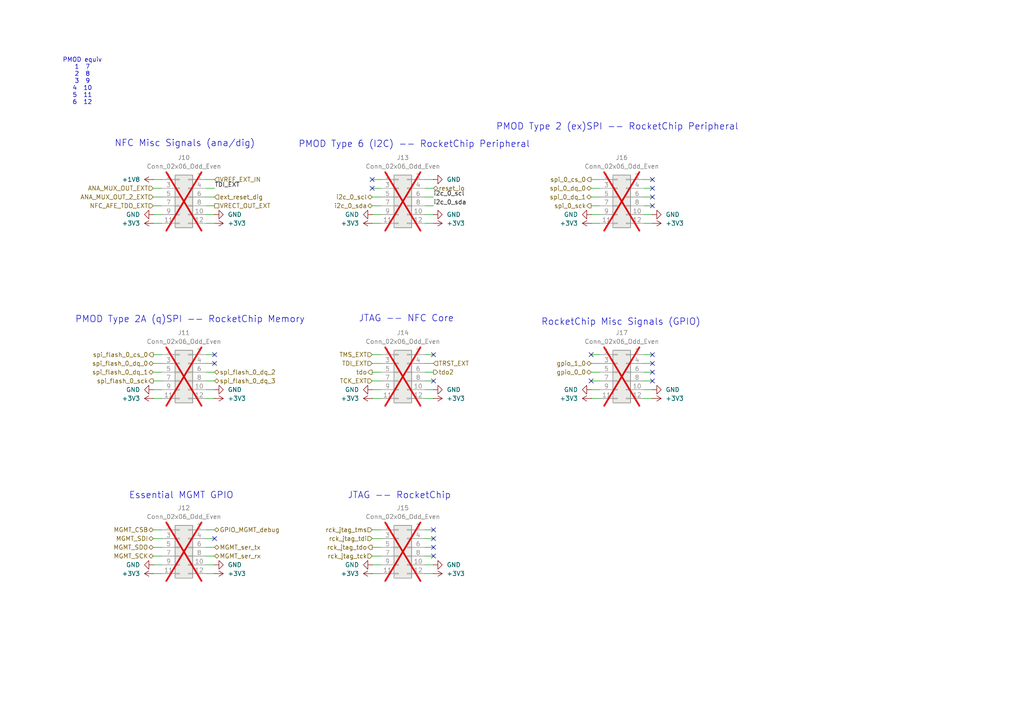
<source format=kicad_sch>
(kicad_sch (version 20250114) (generator "eeschema") (generator_version "9.0")
  (paper "A4")
  (lib_symbols
    (symbol "Connector_Generic:Conn_02x06_Odd_Even" (pin_names (offset 1.016) (hide yes))
      (property "Reference" "J" (at 1.27 7.62 0))
      (property "Value" "Conn_02x06_Odd_Even" (at 1.27 -10.16 0))
      (symbol "Conn_02x06_Odd_Even_1_1"
        (rectangle (start -1.27 6.35) (end 3.81 -8.89) (stroke (width 0.254)) (fill (type background)))
        (rectangle (start -1.27 5.207) (end 0 4.953) (stroke (width 0.1524)))
        (rectangle (start -1.27 2.667) (end 0 2.413) (stroke (width 0.1524)))
        (rectangle (start -1.27 0.127) (end 0 -0.127) (stroke (width 0.1524)))
        (rectangle (start -1.27 -2.413) (end 0 -2.667) (stroke (width 0.1524)))
        (rectangle (start -1.27 -4.953) (end 0 -5.207) (stroke (width 0.1524)))
        (rectangle (start -1.27 -7.493) (end 0 -7.747) (stroke (width 0.1524)))
        (rectangle (start 3.81 5.207) (end 2.54 4.953) (stroke (width 0.1524)))
        (rectangle (start 3.81 2.667) (end 2.54 2.413) (stroke (width 0.1524)))
        (rectangle (start 3.81 0.127) (end 2.54 -0.127) (stroke (width 0.1524)))
        (rectangle (start 3.81 -2.413) (end 2.54 -2.667) (stroke (width 0.1524)))
        (rectangle (start 3.81 -4.953) (end 2.54 -5.207) (stroke (width 0.1524)))
        (rectangle (start 3.81 -7.493) (end 2.54 -7.747) (stroke (width 0.1524)))
        (pin passive line (at -5.08 5.08 0) (length 3.81) (name "Pin_1") (number "1"))
        (pin passive line (at -5.08 2.54 0) (length 3.81) (name "Pin_3") (number "3"))
        (pin passive line (at -5.08 0 0) (length 3.81) (name "Pin_5") (number "5"))
        (pin passive line (at -5.08 -2.54 0) (length 3.81) (name "Pin_7") (number "7"))
        (pin passive line (at -5.08 -5.08 0) (length 3.81) (name "Pin_9") (number "9"))
        (pin passive line (at -5.08 -7.62 0) (length 3.81) (name "Pin_11") (number "11"))
        (pin passive line (at 7.62 5.08 180) (length 3.81) (name "Pin_2") (number "2"))
        (pin passive line (at 7.62 2.54 180) (length 3.81) (name "Pin_4") (number "4"))
        (pin passive line (at 7.62 0 180) (length 3.81) (name "Pin_6") (number "6"))
        (pin passive line (at 7.62 -2.54 180) (length 3.81) (name "Pin_8") (number "8"))
        (pin passive line (at 7.62 -5.08 180) (length 3.81) (name "Pin_10") (number "10"))
        (pin passive line (at 7.62 -7.62 180) (length 3.81) (name "Pin_12") (number "12"))
      )
    )
    (symbol "power:+1V8" (power) (pin_numbers (hide yes)) (pin_names (offset 0) (hide yes))
      (property "Value" "+1V8" (at 0 3.556 0))
      (symbol "+1V8_0_1"
        (polyline (pts (xy -0.762 1.27) (xy 0 2.54)))
        (polyline (pts (xy 0 2.54) (xy 0.762 1.27)))
        (polyline (pts (xy 0 0) (xy 0 2.54)))
      )
      (symbol "+1V8_1_1"
        (pin power_in line (at 0 0 90) (length 0) (name "~") (number "1"))
      )
    )
    (symbol "power:+3V3" (power) (pin_numbers (hide yes)) (pin_names (offset 0) (hide yes))
      (property "Value" "+3V3" (at 0 3.556 0))
      (symbol "+3V3_0_1"
        (polyline (pts (xy -0.762 1.27) (xy 0 2.54)))
        (polyline (pts (xy 0 2.54) (xy 0.762 1.27)))
        (polyline (pts (xy 0 0) (xy 0 2.54)))
      )
      (symbol "+3V3_1_1"
        (pin power_in line (at 0 0 90) (length 0) (name "~") (number "1"))
      )
    )
    (symbol "power:GND" (power) (pin_numbers (hide yes)) (pin_names (offset 0) (hide yes))
      (property "Value" "GND" (at 0 -3.81 0))
      (symbol "GND_0_1"
        (polyline (pts (xy 0 0) (xy 0 -1.27) (xy 1.27 -1.27) (xy 0 -2.54) (xy -1.27 -1.27) (xy 0 -1.27)))
      )
      (symbol "GND_1_1"
        (pin power_in line (at 0 0 270) (length 0) (name "~") (number "1"))
      )
    )
  )
  (text "JTAG -- RocketChip" (at 115.824 143.764 0) (effects (font (size 1.905 1.905))))
  (text "JTAG -- NFC Core" (at 117.856 92.456 0) (effects (font (size 1.905 1.905))))
  (text "RocketChip Misc Signals (GPIO)" (at 180.086 93.472 0) (effects (font (size 1.905 1.905))))
  (text "Essential MGMT GPIO" (at 52.578 143.764 0) (effects (font (size 1.905 1.905))))
  (text "PMOD Type 6 (I2C) -- RocketChip Peripheral" (at 120.142 41.91 0) (effects (font (size 1.905 1.905))))
  (text "PMOD equiv\n1  7\n2  8\n3  9\n4  10\n5  11\n6  12" (at 23.876 23.622 0) (effects (font (size 1.27 1.27))))
  (text "NFC Misc Signals (ana/dig)" (at 53.594 41.656 0) (effects (font (size 1.905 1.905))))
  (text "PMOD Type 2A (q)SPI -- RocketChip Memory" (at 55.118 92.71 0) (effects (font (size 1.905 1.905))))
  (text "PMOD Type 2 (ex)SPI -- RocketChip Peripheral" (at 179.07 36.83 0) (effects (font (size 1.905 1.905))))
  (no_connect (at 62.23 105.41))
  (no_connect (at 125.73 158.75))
  (no_connect (at 125.73 156.21))
  (no_connect (at 125.73 110.49))
  (no_connect (at 107.95 52.07))
  (no_connect (at 62.23 156.21))
  (no_connect (at 171.45 102.87))
  (no_connect (at 189.23 57.15))
  (no_connect (at 189.23 59.69))
  (no_connect (at 125.73 153.67))
  (no_connect (at 189.23 110.49))
  (no_connect (at 107.95 54.61))
  (no_connect (at 125.73 161.29))
  (no_connect (at 189.23 102.87))
  (no_connect (at 171.45 110.49))
  (no_connect (at 189.23 107.95))
  (no_connect (at 189.23 105.41))
  (no_connect (at 62.23 102.87))
  (no_connect (at 125.73 102.87))
  (no_connect (at 189.23 52.07))
  (no_connect (at 189.23 54.61))
  (wire (pts (xy 171.45 64.77) (xy 173.99 64.77)))
  (wire (pts (xy 107.95 115.57) (xy 110.49 115.57)))
  (wire (pts (xy 107.95 113.03) (xy 110.49 113.03)))
  (wire (pts (xy 171.45 110.49) (xy 173.99 110.49)))
  (wire (pts (xy 44.45 156.21) (xy 46.99 156.21)))
  (wire (pts (xy 186.69 52.07) (xy 189.23 52.07)))
  (wire (pts (xy 123.19 107.95) (xy 125.73 107.95)))
  (wire (pts (xy 107.95 107.95) (xy 110.49 107.95)))
  (wire (pts (xy 44.45 62.23) (xy 46.99 62.23)))
  (wire (pts (xy 107.95 110.49) (xy 110.49 110.49)))
  (wire (pts (xy 171.45 107.95) (xy 173.99 107.95)))
  (wire (pts (xy 186.69 59.69) (xy 189.23 59.69)))
  (wire (pts (xy 44.45 163.83) (xy 46.99 163.83)))
  (wire (pts (xy 171.45 62.23) (xy 173.99 62.23)))
  (wire (pts (xy 186.69 115.57) (xy 189.23 115.57)))
  (wire (pts (xy 171.45 115.57) (xy 173.99 115.57)))
  (wire (pts (xy 123.19 158.75) (xy 125.73 158.75)))
  (wire (pts (xy 123.19 64.77) (xy 125.73 64.77)))
  (wire (pts (xy 123.19 59.69) (xy 125.73 59.69)))
  (wire (pts (xy 186.69 102.87) (xy 189.23 102.87)))
  (wire (pts (xy 171.45 102.87) (xy 173.99 102.87)))
  (wire (pts (xy 123.19 153.67) (xy 125.73 153.67)))
  (wire (pts (xy 107.95 158.75) (xy 110.49 158.75)))
  (wire (pts (xy 44.45 113.03) (xy 46.99 113.03)))
  (wire (pts (xy 186.69 113.03) (xy 189.23 113.03)))
  (wire (pts (xy 59.69 107.95) (xy 62.23 107.95)))
  (wire (pts (xy 186.69 110.49) (xy 189.23 110.49)))
  (wire (pts (xy 107.95 156.21) (xy 110.49 156.21)))
  (wire (pts (xy 59.69 156.21) (xy 62.23 156.21)))
  (wire (pts (xy 171.45 105.41) (xy 173.99 105.41)))
  (wire (pts (xy 107.95 166.37) (xy 110.49 166.37)))
  (wire (pts (xy 44.45 161.29) (xy 46.99 161.29)))
  (wire (pts (xy 107.95 102.87) (xy 110.49 102.87)))
  (wire (pts (xy 107.95 163.83) (xy 110.49 163.83)))
  (wire (pts (xy 44.45 158.75) (xy 46.99 158.75)))
  (wire (pts (xy 59.69 57.15) (xy 62.23 57.15)))
  (wire (pts (xy 123.19 113.03) (xy 125.73 113.03)))
  (wire (pts (xy 44.45 54.61) (xy 46.99 54.61)))
  (wire (pts (xy 44.45 52.07) (xy 46.99 52.07)))
  (wire (pts (xy 186.69 105.41) (xy 189.23 105.41)))
  (wire (pts (xy 44.45 102.87) (xy 46.99 102.87)))
  (wire (pts (xy 107.95 59.69) (xy 110.49 59.69)))
  (wire (pts (xy 59.69 166.37) (xy 62.23 166.37)))
  (wire (pts (xy 186.69 57.15) (xy 189.23 57.15)))
  (wire (pts (xy 171.45 54.61) (xy 173.99 54.61)))
  (wire (pts (xy 59.69 110.49) (xy 62.23 110.49)))
  (wire (pts (xy 171.45 57.15) (xy 173.99 57.15)))
  (wire (pts (xy 59.69 161.29) (xy 62.23 161.29)))
  (wire (pts (xy 44.45 166.37) (xy 46.99 166.37)))
  (wire (pts (xy 44.45 115.57) (xy 46.99 115.57)))
  (wire (pts (xy 186.69 107.95) (xy 189.23 107.95)))
  (wire (pts (xy 107.95 62.23) (xy 110.49 62.23)))
  (wire (pts (xy 44.45 64.77) (xy 46.99 64.77)))
  (wire (pts (xy 107.95 161.29) (xy 110.49 161.29)))
  (wire (pts (xy 44.45 153.67) (xy 46.99 153.67)))
  (wire (pts (xy 44.45 107.95) (xy 46.99 107.95)))
  (wire (pts (xy 123.19 62.23) (xy 125.73 62.23)))
  (wire (pts (xy 123.19 54.61) (xy 125.73 54.61)))
  (wire (pts (xy 44.45 59.69) (xy 46.99 59.69)))
  (wire (pts (xy 123.19 163.83) (xy 125.73 163.83)))
  (wire (pts (xy 59.69 54.61) (xy 62.23 54.61)))
  (wire (pts (xy 44.45 110.49) (xy 46.99 110.49)))
  (wire (pts (xy 44.45 105.41) (xy 46.99 105.41)))
  (wire (pts (xy 59.69 153.67) (xy 62.23 153.67)))
  (wire (pts (xy 59.69 64.77) (xy 62.23 64.77)))
  (wire (pts (xy 123.19 110.49) (xy 125.73 110.49)))
  (wire (pts (xy 123.19 161.29) (xy 125.73 161.29)))
  (wire (pts (xy 186.69 54.61) (xy 189.23 54.61)))
  (wire (pts (xy 59.69 102.87) (xy 62.23 102.87)))
  (wire (pts (xy 107.95 52.07) (xy 110.49 52.07)))
  (wire (pts (xy 107.95 57.15) (xy 110.49 57.15)))
  (wire (pts (xy 107.95 105.41) (xy 110.49 105.41)))
  (wire (pts (xy 186.69 64.77) (xy 189.23 64.77)))
  (wire (pts (xy 59.69 158.75) (xy 62.23 158.75)))
  (wire (pts (xy 44.45 57.15) (xy 46.99 57.15)))
  (wire (pts (xy 59.69 52.07) (xy 62.23 52.07)))
  (wire (pts (xy 107.95 153.67) (xy 110.49 153.67)))
  (wire (pts (xy 59.69 163.83) (xy 62.23 163.83)))
  (wire (pts (xy 107.95 54.61) (xy 110.49 54.61)))
  (wire (pts (xy 59.69 115.57) (xy 62.23 115.57)))
  (wire (pts (xy 123.19 105.41) (xy 125.73 105.41)))
  (wire (pts (xy 171.45 59.69) (xy 173.99 59.69)))
  (wire (pts (xy 123.19 156.21) (xy 125.73 156.21)))
  (wire (pts (xy 123.19 166.37) (xy 125.73 166.37)))
  (wire (pts (xy 171.45 113.03) (xy 173.99 113.03)))
  (wire (pts (xy 186.69 62.23) (xy 189.23 62.23)))
  (wire (pts (xy 59.69 59.69) (xy 62.23 59.69)))
  (wire (pts (xy 171.45 52.07) (xy 173.99 52.07)))
  (wire (pts (xy 59.69 62.23) (xy 62.23 62.23)))
  (wire (pts (xy 123.19 57.15) (xy 125.73 57.15)))
  (wire (pts (xy 59.69 105.41) (xy 62.23 105.41)))
  (wire (pts (xy 123.19 52.07) (xy 125.73 52.07)))
  (wire (pts (xy 107.95 64.77) (xy 110.49 64.77)))
  (wire (pts (xy 123.19 115.57) (xy 125.73 115.57)))
  (wire (pts (xy 123.19 102.87) (xy 125.73 102.87)))
  (wire (pts (xy 59.69 113.03) (xy 62.23 113.03)))
  (label "TDI_EXT" (at 62.23 54.61 0))
  (label "i2c_0_sda" (at 125.73 59.69 0))
  (label "i2c_0_scl" (at 125.73 57.15 0))
  (hierarchical_label "rck_jtag_tdi" (shape input) (at 107.95 156.21 180) (effects (font (thickness 0.1588))))
  (hierarchical_label "spi_0_sck" (shape output) (at 171.45 59.69 180))
  (hierarchical_label "ext_reset_dig" (shape input) (at 62.23 57.15 0))
  (hierarchical_label "ANA_MUX_OUT_2_EXT" (shape input) (at 44.45 57.15 180))
  (hierarchical_label "ANA_MUX_OUT_EXT" (shape input) (at 44.45 54.61 180))
  (hierarchical_label "NFC_AFE_TDO_EXT" (shape input) (at 44.45 59.69 180))
  (hierarchical_label "rck_jtag_tdo" (shape output) (at 107.95 158.75 180) (effects (font (thickness 0.1588))))
  (hierarchical_label "spi_0_dq_0" (shape bidirectional) (at 171.45 54.61 180))
  (hierarchical_label "spi_0_dq_1" (shape bidirectional) (at 171.45 57.15 180))
  (hierarchical_label "spi_0_cs_0" (shape output) (at 171.45 52.07 180))
  (hierarchical_label "VREF_EXT_IN" (shape input) (at 62.23 52.07 0))
  (hierarchical_label "TDI_EXT" (shape input) (at 107.95 105.41 180))
  (hierarchical_label "TMS_EXT" (shape input) (at 107.95 102.87 180))
  (hierarchical_label "TRST_EXT" (shape input) (at 125.73 105.41 0))
  (hierarchical_label "TCK_EXT" (shape input) (at 107.95 110.49 180))
  (hierarchical_label "tdo" (shape output) (at 107.95 107.95 180))
  (hierarchical_label "gpio_0_0" (shape bidirectional) (at 171.45 107.95 180))
  (hierarchical_label "reset_io" (shape bidirectional) (at 125.73 54.61 0))
  (hierarchical_label "gpio_1_0" (shape bidirectional) (at 171.45 105.41 180))
  (hierarchical_label "MGMT_SDO" (shape bidirectional) (at 44.45 158.75 180))
  (hierarchical_label "MGMT_CSB" (shape bidirectional) (at 44.45 153.67 180))
  (hierarchical_label "MGMT_SCK" (shape bidirectional) (at 44.45 161.29 180))
  (hierarchical_label "MGMT_SDI" (shape bidirectional) (at 44.45 156.21 180))
  (hierarchical_label "GPIO_MGMT_debug" (shape bidirectional) (at 62.23 153.67 0))
  (hierarchical_label "MGMT_ser_tx" (shape bidirectional) (at 62.23 158.75 0))
  (hierarchical_label "MGMT_ser_rx" (shape bidirectional) (at 62.23 161.29 0))
  (hierarchical_label "i2c_0_sda" (shape bidirectional) (at 107.95 59.69 180))
  (hierarchical_label "rck_jtag_tck" (shape input) (at 107.95 161.29 180) (effects (font (thickness 0.1588))))
  (hierarchical_label "VRECT_OUT_EXT" (shape passive) (at 62.23 59.69 0))
  (hierarchical_label "i2c_0_scl" (shape bidirectional) (at 107.95 57.15 180))
  (hierarchical_label "spi_flash_0_sck" (shape output) (at 44.45 110.49 180))
  (hierarchical_label "spi_flash_0_dq_1" (shape bidirectional) (at 44.45 107.95 180))
  (hierarchical_label "spi_flash_0_dq_0" (shape bidirectional) (at 44.45 105.41 180))
  (hierarchical_label "spi_flash_0_cs_0" (shape output) (at 44.45 102.87 180))
  (hierarchical_label "spi_flash_0_dq_2" (shape bidirectional) (at 62.23 107.95 0))
  (hierarchical_label "spi_flash_0_dq_3" (shape bidirectional) (at 62.23 110.49 0))
  (hierarchical_label "rck_jtag_tms" (shape input) (at 107.95 153.67 180) (effects (font (thickness 0.1588))))
  (hierarchical_label "tdo2" (shape output) (at 125.73 107.95 0))
  (symbol (lib_id "power:+3V3") (at 125.73 115.57 270) (unit 1)
    (property "Reference" "#PWR0108" (effects (hide yes)))
    (property "Value" "+3V3" (at 129.54 115.5699 90) (effects (justify left)))
    (property "Description" "Power symbol creates a global label with name \"+3V3\"" (effects (hide yes)))
  )
  (symbol (lib_id "Connector_Generic:Conn_02x06_Odd_Even") (at 115.57 158.75 0) (unit 1) (dnp yes)
    (property "Reference" "J15" (at 116.84 147.32 0))
    (property "Value" "Conn_02x06_Odd_Even" (at 116.84 149.86 0))
    (property "Footprint" "Connector_PinSocket_2.54mm:PinSocket_2x06_P2.54mm_Horizontal" (effects (hide yes)))
    (property "Description" "Generic connector, double row, 02x06, odd/even pin numbering scheme (row 1 odd numbers, row 2 even numbers), script generated (kicad-library-utils/schlib/autogen/connector/)" (effects (hide yes)))
  )
  (symbol (lib_id "Connector_Generic:Conn_02x06_Odd_Even") (at 52.07 107.95 0) (unit 1) (dnp yes)
    (property "Reference" "J11" (at 53.34 96.52 0))
    (property "Value" "Conn_02x06_Odd_Even" (at 53.34 99.06 0))
    (property "Footprint" "Connector_PinSocket_2.54mm:PinSocket_2x06_P2.54mm_Horizontal" (effects (hide yes)))
    (property "Description" "Generic connector, double row, 02x06, odd/even pin numbering scheme (row 1 odd numbers, row 2 even numbers), script generated (kicad-library-utils/schlib/autogen/connector/)" (effects (hide yes)))
  )
  (symbol (lib_id "power:GND") (at 62.23 113.03 90) (unit 1)
    (property "Reference" "#PWR094" (effects (hide yes)))
    (property "Value" "GND" (at 66.04 113.0299 90) (effects (justify right)))
    (property "Description" "Power symbol creates a global label with name \"GND\" , ground" (effects (hide yes)))
  )
  (symbol (lib_id "power:+1V8") (at 44.45 52.07 90) (unit 1)
    (property "Reference" "#PWR085" (effects (hide yes)))
    (property "Value" "+1V8" (at 40.64 52.0699 90) (effects (justify left)))
    (property "Description" "Power symbol creates a global label with name \"+1V8\"" (effects (hide yes)))
  )
  (symbol (lib_id "power:GND") (at 107.95 163.83 270) (unit 1)
    (property "Reference" "#PWR0102" (effects (hide yes)))
    (property "Value" "GND" (at 104.14 163.8299 90) (effects (justify right)))
    (property "Description" "Power symbol creates a global label with name \"GND\" , ground" (effects (hide yes)))
  )
  (symbol (lib_id "power:+3V3") (at 125.73 166.37 270) (unit 1)
    (property "Reference" "#PWR0110" (effects (hide yes)))
    (property "Value" "+3V3" (at 129.54 166.3699 90) (effects (justify left)))
    (property "Description" "Power symbol creates a global label with name \"+3V3\"" (effects (hide yes)))
  )
  (symbol (lib_id "power:+3V3") (at 107.95 166.37 90) (unit 1)
    (property "Reference" "#PWR0103" (effects (hide yes)))
    (property "Value" "+3V3" (at 104.14 166.3699 90) (effects (justify left)))
    (property "Description" "Power symbol creates a global label with name \"+3V3\"" (effects (hide yes)))
  )
  (symbol (lib_id "Connector_Generic:Conn_02x06_Odd_Even") (at 52.07 158.75 0) (unit 1) (dnp yes)
    (property "Reference" "J12" (at 53.34 147.32 0))
    (property "Value" "Conn_02x06_Odd_Even" (at 53.34 149.86 0))
    (property "Footprint" "Connector_PinSocket_2.54mm:PinSocket_2x06_P2.54mm_Horizontal" (effects (hide yes)))
    (property "Description" "Generic connector, double row, 02x06, odd/even pin numbering scheme (row 1 odd numbers, row 2 even numbers), script generated (kicad-library-utils/schlib/autogen/connector/)" (effects (hide yes)))
  )
  (symbol (lib_id "power:GND") (at 189.23 113.03 90) (unit 1)
    (property "Reference" "#PWR0117" (effects (hide yes)))
    (property "Value" "GND" (at 193.04 113.0299 90) (effects (justify right)))
    (property "Description" "Power symbol creates a global label with name \"GND\" , ground" (effects (hide yes)))
  )
  (symbol (lib_id "Connector_Generic:Conn_02x06_Odd_Even") (at 115.57 107.95 0) (unit 1) (dnp yes)
    (property "Reference" "J14" (at 116.84 96.52 0))
    (property "Value" "Conn_02x06_Odd_Even" (at 116.84 99.06 0))
    (property "Footprint" "Connector_PinSocket_2.54mm:PinSocket_2x06_P2.54mm_Horizontal" (effects (hide yes)))
    (property "Description" "Generic connector, double row, 02x06, odd/even pin numbering scheme (row 1 odd numbers, row 2 even numbers), script generated (kicad-library-utils/schlib/autogen/connector/)" (effects (hide yes)))
  )
  (symbol (lib_id "power:GND") (at 44.45 113.03 270) (unit 1)
    (property "Reference" "#PWR088" (effects (hide yes)))
    (property "Value" "GND" (at 40.64 113.0299 90) (effects (justify right)))
    (property "Description" "Power symbol creates a global label with name \"GND\" , ground" (effects (hide yes)))
  )
  (symbol (lib_id "power:+3V3") (at 62.23 115.57 270) (unit 1)
    (property "Reference" "#PWR095" (effects (hide yes)))
    (property "Value" "+3V3" (at 66.04 115.5699 90) (effects (justify left)))
    (property "Description" "Power symbol creates a global label with name \"+3V3\"" (effects (hide yes)))
  )
  (symbol (lib_id "power:+3V3") (at 107.95 115.57 90) (unit 1)
    (property "Reference" "#PWR0101" (effects (hide yes)))
    (property "Value" "+3V3" (at 104.14 115.5699 90) (effects (justify left)))
    (property "Description" "Power symbol creates a global label with name \"+3V3\"" (effects (hide yes)))
  )
  (symbol (lib_id "power:+3V3") (at 44.45 166.37 90) (unit 1)
    (property "Reference" "#PWR091" (effects (hide yes)))
    (property "Value" "+3V3" (at 40.64 166.3699 90) (effects (justify left)))
    (property "Description" "Power symbol creates a global label with name \"+3V3\"" (effects (hide yes)))
  )
  (symbol (lib_id "power:GND") (at 62.23 163.83 90) (unit 1)
    (property "Reference" "#PWR096" (effects (hide yes)))
    (property "Value" "GND" (at 66.04 163.8299 90) (effects (justify right)))
    (property "Description" "Power symbol creates a global label with name \"GND\" , ground" (effects (hide yes)))
  )
  (symbol (lib_id "power:GND") (at 44.45 163.83 270) (unit 1)
    (property "Reference" "#PWR090" (effects (hide yes)))
    (property "Value" "GND" (at 40.64 163.8299 90) (effects (justify right)))
    (property "Description" "Power symbol creates a global label with name \"GND\" , ground" (effects (hide yes)))
  )
  (symbol (lib_id "power:+3V3") (at 107.95 64.77 90) (unit 1)
    (property "Reference" "#PWR099" (effects (hide yes)))
    (property "Value" "+3V3" (at 104.14 64.7699 90) (effects (justify left)))
    (property "Description" "Power symbol creates a global label with name \"+3V3\"" (effects (hide yes)))
  )
  (symbol (lib_id "power:+3V3") (at 171.45 115.57 90) (unit 1)
    (property "Reference" "#PWR0114" (effects (hide yes)))
    (property "Value" "+3V3" (at 167.64 115.5699 90) (effects (justify left)))
    (property "Description" "Power symbol creates a global label with name \"+3V3\"" (effects (hide yes)))
  )
  (symbol (lib_id "Connector_Generic:Conn_02x06_Odd_Even") (at 179.07 57.15 0) (unit 1) (dnp yes)
    (property "Reference" "J16" (at 180.34 45.72 0))
    (property "Value" "Conn_02x06_Odd_Even" (at 180.34 48.26 0))
    (property "Footprint" "Connector_PinSocket_2.54mm:PinSocket_2x06_P2.54mm_Horizontal" (effects (hide yes)))
    (property "Description" "Generic connector, double row, 02x06, odd/even pin numbering scheme (row 1 odd numbers, row 2 even numbers), script generated (kicad-library-utils/schlib/autogen/connector/)" (effects (hide yes)))
  )
  (symbol (lib_id "power:+3V3") (at 189.23 64.77 270) (unit 1)
    (property "Reference" "#PWR0116" (effects (hide yes)))
    (property "Value" "+3V3" (at 193.04 64.7699 90) (effects (justify left)))
    (property "Description" "Power symbol creates a global label with name \"+3V3\"" (effects (hide yes)))
  )
  (symbol (lib_id "power:+3V3") (at 189.23 115.57 270) (unit 1)
    (property "Reference" "#PWR0118" (effects (hide yes)))
    (property "Value" "+3V3" (at 193.04 115.5699 90) (effects (justify left)))
    (property "Description" "Power symbol creates a global label with name \"+3V3\"" (effects (hide yes)))
  )
  (symbol (lib_id "power:GND") (at 44.45 62.23 270) (unit 1)
    (property "Reference" "#PWR086" (effects (hide yes)))
    (property "Value" "GND" (at 40.64 62.2299 90) (effects (justify right)))
    (property "Description" "Power symbol creates a global label with name \"GND\" , ground" (effects (hide yes)))
  )
  (symbol (lib_id "power:GND") (at 171.45 62.23 270) (unit 1)
    (property "Reference" "#PWR0111" (effects (hide yes)))
    (property "Value" "GND" (at 167.64 62.2299 90) (effects (justify right)))
    (property "Description" "Power symbol creates a global label with name \"GND\" , ground" (effects (hide yes)))
  )
  (symbol (lib_id "power:GND") (at 107.95 113.03 270) (unit 1)
    (property "Reference" "#PWR0100" (effects (hide yes)))
    (property "Value" "GND" (at 104.14 113.0299 90) (effects (justify right)))
    (property "Description" "Power symbol creates a global label with name \"GND\" , ground" (effects (hide yes)))
  )
  (symbol (lib_id "Connector_Generic:Conn_02x06_Odd_Even") (at 52.07 57.15 0) (unit 1) (dnp yes)
    (property "Reference" "J10" (at 53.34 45.72 0))
    (property "Value" "Conn_02x06_Odd_Even" (at 53.34 48.26 0))
    (property "Footprint" "Connector_PinSocket_2.54mm:PinSocket_2x06_P2.54mm_Horizontal" (effects (hide yes)))
    (property "Description" "Generic connector, double row, 02x06, odd/even pin numbering scheme (row 1 odd numbers, row 2 even numbers), script generated (kicad-library-utils/schlib/autogen/connector/)" (effects (hide yes)))
  )
  (symbol (lib_id "Connector_Generic:Conn_02x06_Odd_Even") (at 179.07 107.95 0) (unit 1) (dnp yes)
    (property "Reference" "J17" (at 180.34 96.52 0))
    (property "Value" "Conn_02x06_Odd_Even" (at 180.34 99.06 0))
    (property "Footprint" "Connector_PinSocket_2.54mm:PinSocket_2x06_P2.54mm_Horizontal" (effects (hide yes)))
    (property "Description" "Generic connector, double row, 02x06, odd/even pin numbering scheme (row 1 odd numbers, row 2 even numbers), script generated (kicad-library-utils/schlib/autogen/connector/)" (effects (hide yes)))
  )
  (symbol (lib_id "power:+3V3") (at 44.45 115.57 90) (unit 1)
    (property "Reference" "#PWR089" (effects (hide yes)))
    (property "Value" "+3V3" (at 40.64 115.5699 90) (effects (justify left)))
    (property "Description" "Power symbol creates a global label with name \"+3V3\"" (effects (hide yes)))
  )
  (symbol (lib_id "power:GND") (at 125.73 62.23 90) (unit 1)
    (property "Reference" "#PWR0105" (effects (hide yes)))
    (property "Value" "GND" (at 129.54 62.2299 90) (effects (justify right)))
    (property "Description" "Power symbol creates a global label with name \"GND\" , ground" (effects (hide yes)))
  )
  (symbol (lib_id "power:GND") (at 189.23 62.23 90) (unit 1)
    (property "Reference" "#PWR0115" (effects (hide yes)))
    (property "Value" "GND" (at 193.04 62.2299 90) (effects (justify right)))
    (property "Description" "Power symbol creates a global label with name \"GND\" , ground" (effects (hide yes)))
  )
  (symbol (lib_id "power:GND") (at 107.95 62.23 270) (unit 1)
    (property "Reference" "#PWR098" (effects (hide yes)))
    (property "Value" "GND" (at 104.14 62.2299 90) (effects (justify right)))
    (property "Description" "Power symbol creates a global label with name \"GND\" , ground" (effects (hide yes)))
  )
  (symbol (lib_id "power:GND") (at 62.23 62.23 90) (unit 1)
    (property "Reference" "#PWR092" (effects (hide yes)))
    (property "Value" "GND" (at 66.04 62.2299 90) (effects (justify right)))
    (property "Description" "Power symbol creates a global label with name \"GND\" , ground" (effects (hide yes)))
  )
  (symbol (lib_id "Connector_Generic:Conn_02x06_Odd_Even") (at 115.57 57.15 0) (unit 1) (dnp yes)
    (property "Reference" "J13" (at 116.84 45.72 0))
    (property "Value" "Conn_02x06_Odd_Even" (at 116.84 48.26 0))
    (property "Footprint" "Connector_PinSocket_2.54mm:PinSocket_2x06_P2.54mm_Horizontal" (effects (hide yes)))
    (property "Description" "Generic connector, double row, 02x06, odd/even pin numbering scheme (row 1 odd numbers, row 2 even numbers), script generated (kicad-library-utils/schlib/autogen/connector/)" (effects (hide yes)))
  )
  (symbol (lib_id "power:GND") (at 171.45 113.03 270) (unit 1)
    (property "Reference" "#PWR0113" (effects (hide yes)))
    (property "Value" "GND" (at 167.64 113.0299 90) (effects (justify right)))
    (property "Description" "Power symbol creates a global label with name \"GND\" , ground" (effects (hide yes)))
  )
  (symbol (lib_id "power:+3V3") (at 62.23 64.77 270) (unit 1)
    (property "Reference" "#PWR093" (effects (hide yes)))
    (property "Value" "+3V3" (at 66.04 64.7699 90) (effects (justify left)))
    (property "Description" "Power symbol creates a global label with name \"+3V3\"" (effects (hide yes)))
  )
  (symbol (lib_id "power:GND") (at 125.73 113.03 90) (unit 1)
    (property "Reference" "#PWR0107" (effects (hide yes)))
    (property "Value" "GND" (at 129.54 113.0299 90) (effects (justify right)))
    (property "Description" "Power symbol creates a global label with name \"GND\" , ground" (effects (hide yes)))
  )
  (symbol (lib_id "power:+3V3") (at 44.45 64.77 90) (unit 1)
    (property "Reference" "#PWR087" (effects (hide yes)))
    (property "Value" "+3V3" (at 40.64 64.7699 90) (effects (justify left)))
    (property "Description" "Power symbol creates a global label with name \"+3V3\"" (effects (hide yes)))
  )
  (symbol (lib_id "power:GND") (at 125.73 163.83 90) (unit 1)
    (property "Reference" "#PWR0109" (effects (hide yes)))
    (property "Value" "GND" (at 129.54 163.8299 90) (effects (justify right)))
    (property "Description" "Power symbol creates a global label with name \"GND\" , ground" (effects (hide yes)))
  )
  (symbol (lib_id "power:+3V3") (at 125.73 64.77 270) (unit 1)
    (property "Reference" "#PWR0106" (effects (hide yes)))
    (property "Value" "+3V3" (at 129.54 64.7699 90) (effects (justify left)))
    (property "Description" "Power symbol creates a global label with name \"+3V3\"" (effects (hide yes)))
  )
  (symbol (lib_id "power:+3V3") (at 62.23 166.37 270) (unit 1)
    (property "Reference" "#PWR097" (effects (hide yes)))
    (property "Value" "+3V3" (at 66.04 166.3699 90) (effects (justify left)))
    (property "Description" "Power symbol creates a global label with name \"+3V3\"" (effects (hide yes)))
  )
  (symbol (lib_id "power:+3V3") (at 171.45 64.77 90) (unit 1)
    (property "Reference" "#PWR0112" (effects (hide yes)))
    (property "Value" "+3V3" (at 167.64 64.7699 90) (effects (justify left)))
    (property "Description" "Power symbol creates a global label with name \"+3V3\"" (effects (hide yes)))
  )
  (symbol (lib_id "power:GND") (at 125.73 52.07 90) (unit 1)
    (property "Reference" "#PWR0104" (effects (hide yes)))
    (property "Value" "GND" (at 129.54 52.0699 90) (effects (justify right)))
    (property "Description" "Power symbol creates a global label with name \"GND\" , ground" (effects (hide yes)))
  )
)
</source>
